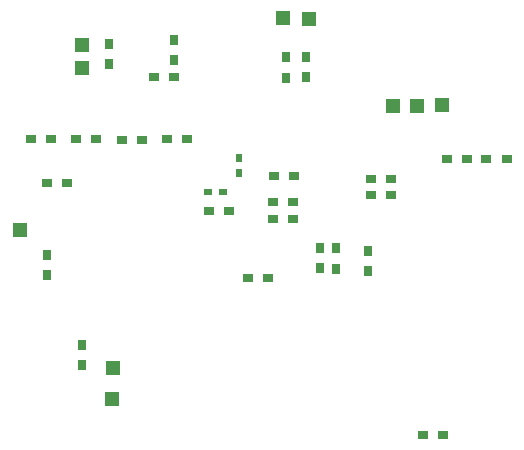
<source format=gbr>
G04 DipTrace 3.2.0.1*
G04 BottomPaste.gbr*
%MOMM*%
G04 #@! TF.FileFunction,Paste,Bot*
G04 #@! TF.Part,Single*
%ADD65R,1.3X1.3*%
%ADD89R,0.8X0.9*%
%ADD91R,0.9X0.8*%
%ADD93R,0.7X0.5*%
%ADD95R,0.5X0.7*%
%FSLAX35Y35*%
G04*
G71*
G90*
G75*
G01*
G04 BotPaste*
%LPD*%
D95*
X-1479927Y3183003D3*
Y3053003D3*
D93*
X-1745250Y2893183D3*
X-1615250D3*
D91*
X-1182767Y3025200D3*
X-1012767D3*
D89*
X-795953Y2246667D3*
Y2416667D3*
D91*
X-361410Y2868850D3*
X-191410D3*
D89*
X-386747Y2225557D3*
Y2395557D3*
X-657557Y2244430D3*
Y2414430D3*
D91*
X-361047Y3006653D3*
X-191047D3*
X-1024270Y2662070D3*
X-1194270D3*
X-1023223Y2804647D3*
X-1193223D3*
X-3108003Y2971640D3*
X-2938003D3*
D89*
X-2031413Y4013170D3*
Y4183170D3*
X-2814157Y1599467D3*
Y1429467D3*
D91*
X-1739067Y2734017D3*
X-1569067D3*
D89*
X-916730Y4036030D3*
Y3866030D3*
X-1083793Y4031753D3*
Y3861753D3*
D91*
X277093Y3171957D3*
X447093D3*
X783990Y3173357D3*
X613990D3*
X243573Y838830D3*
X73573D3*
X-1919807Y3337740D3*
X-2089807D3*
X-2303883Y3332297D3*
X-2473883D3*
X-2689113Y3340160D3*
X-2859113D3*
X-3071323Y3337740D3*
X-3241323D3*
D89*
X-3103187Y2189123D3*
Y2359123D3*
D91*
X-1237403Y2160073D3*
X-1407403D3*
D89*
X-2579037Y3972053D3*
Y4142053D3*
D91*
X-2204317Y3869807D3*
X-2034317D3*
D65*
X-2553693Y1141043D3*
X-3334267Y2568973D3*
X-2547067Y1400340D3*
X-2807643Y3938450D3*
X-2808167Y4136283D3*
X-177757Y3621220D3*
X24290Y3622463D3*
X240537Y3627070D3*
X-892217Y4353807D3*
X-1110860Y4364410D3*
M02*

</source>
